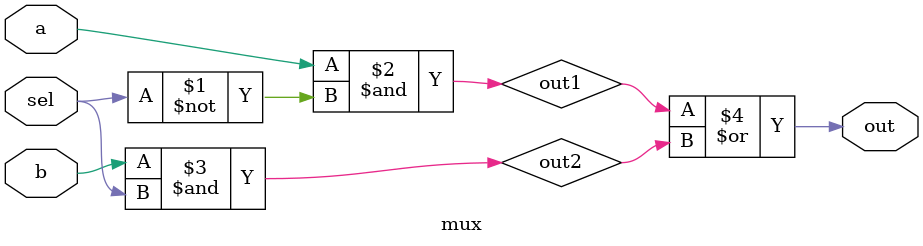
<source format=v>
`define dly_and 1
`define dly_or 2
module mux (out,a,b,sel);
input a,b,sel;
output out;

and and1 (out1,a,~sel);
and and2 (out2,b,sel);
or or1 (out,out1,out2);


endmodule

</source>
